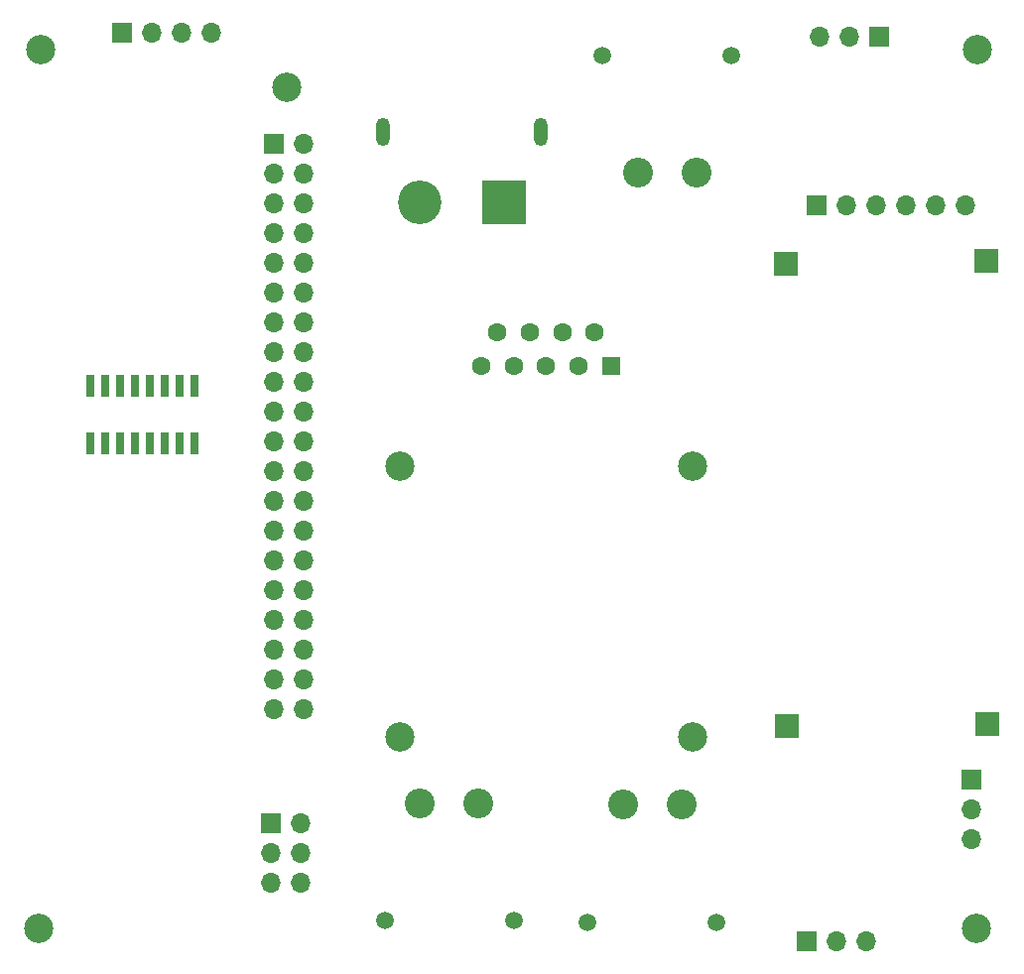
<source format=gbr>
%TF.GenerationSoftware,KiCad,Pcbnew,6.0.8-f2edbf62ab~116~ubuntu22.04.1*%
%TF.CreationDate,2022-11-03T19:19:17-04:00*%
%TF.ProjectId,MJBOTS-CubeSat,4d4a424f-5453-42d4-9375-62655361742e,rev?*%
%TF.SameCoordinates,Original*%
%TF.FileFunction,Soldermask,Bot*%
%TF.FilePolarity,Negative*%
%FSLAX46Y46*%
G04 Gerber Fmt 4.6, Leading zero omitted, Abs format (unit mm)*
G04 Created by KiCad (PCBNEW 6.0.8-f2edbf62ab~116~ubuntu22.04.1) date 2022-11-03 19:19:17*
%MOMM*%
%LPD*%
G01*
G04 APERTURE LIST*
G04 Aperture macros list*
%AMRoundRect*
0 Rectangle with rounded corners*
0 $1 Rounding radius*
0 $2 $3 $4 $5 $6 $7 $8 $9 X,Y pos of 4 corners*
0 Add a 4 corners polygon primitive as box body*
4,1,4,$2,$3,$4,$5,$6,$7,$8,$9,$2,$3,0*
0 Add four circle primitives for the rounded corners*
1,1,$1+$1,$2,$3*
1,1,$1+$1,$4,$5*
1,1,$1+$1,$6,$7*
1,1,$1+$1,$8,$9*
0 Add four rect primitives between the rounded corners*
20,1,$1+$1,$2,$3,$4,$5,0*
20,1,$1+$1,$4,$5,$6,$7,0*
20,1,$1+$1,$6,$7,$8,$9,0*
20,1,$1+$1,$8,$9,$2,$3,0*%
G04 Aperture macros list end*
%ADD10C,2.500000*%
%ADD11R,1.600000X1.600000*%
%ADD12C,1.600000*%
%ADD13C,2.550000*%
%ADD14C,1.500000*%
%ADD15R,1.700000X1.700000*%
%ADD16O,1.700000X1.700000*%
%ADD17R,3.716000X3.716000*%
%ADD18C,3.716000*%
%ADD19O,1.200000X2.400000*%
%ADD20R,2.000000X2.000000*%
%ADD21RoundRect,0.042000X-0.258000X0.908000X-0.258000X-0.908000X0.258000X-0.908000X0.258000X0.908000X0*%
G04 APERTURE END LIST*
D10*
%TO.C,H7*%
X129700000Y-107700000D03*
%TD*%
%TO.C,H8*%
X154700000Y-107700000D03*
%TD*%
D11*
%TO.C,J4*%
X147700000Y-76000000D03*
D12*
X144930000Y-76000000D03*
X142160000Y-76000000D03*
X139390000Y-76000000D03*
X136620000Y-76000000D03*
X146315000Y-73160000D03*
X143545000Y-73160000D03*
X140775000Y-73160000D03*
X138005000Y-73160000D03*
%TD*%
D13*
%TO.C,J9*%
X150000000Y-59512000D03*
X155000000Y-59512000D03*
D14*
X158000000Y-49512000D03*
X147000000Y-49512000D03*
%TD*%
D15*
%TO.C,J1*%
X118725000Y-115075000D03*
D16*
X121265000Y-115075000D03*
X118725000Y-117615000D03*
X121265000Y-117615000D03*
X118725000Y-120155000D03*
X121265000Y-120155000D03*
%TD*%
D15*
%TO.C,J2*%
X165250000Y-62300000D03*
D16*
X167790000Y-62300000D03*
X170330000Y-62300000D03*
X172870000Y-62300000D03*
X175410000Y-62300000D03*
X177950000Y-62300000D03*
%TD*%
D17*
%TO.C,J7*%
X138600000Y-62065750D03*
D18*
X131400000Y-62065750D03*
D19*
X141750000Y-56065750D03*
X128250000Y-56065750D03*
%TD*%
D20*
%TO.C,U1*%
X162750000Y-106750000D03*
X179850000Y-106600000D03*
X162602000Y-67314000D03*
X179750000Y-67050000D03*
%TD*%
D15*
%TO.C,J6*%
X164375000Y-125100000D03*
D16*
X166915000Y-125100000D03*
X169455000Y-125100000D03*
%TD*%
D15*
%TO.C,J11*%
X106000000Y-47600000D03*
D16*
X108540000Y-47600000D03*
X111080000Y-47600000D03*
X113620000Y-47600000D03*
%TD*%
D10*
%TO.C,H8*%
X154700000Y-84600000D03*
%TD*%
D15*
%TO.C,J3*%
X118925000Y-57075000D03*
D16*
X121465000Y-57075000D03*
X118925000Y-59615000D03*
X121465000Y-59615000D03*
X118925000Y-62155000D03*
X121465000Y-62155000D03*
X118925000Y-64695000D03*
X121465000Y-64695000D03*
X118925000Y-67235000D03*
X121465000Y-67235000D03*
X118925000Y-69775000D03*
X121465000Y-69775000D03*
X118925000Y-72315000D03*
X121465000Y-72315000D03*
X118925000Y-74855000D03*
X121465000Y-74855000D03*
X118925000Y-77395000D03*
X121465000Y-77395000D03*
X118925000Y-79935000D03*
X121465000Y-79935000D03*
X118925000Y-82475000D03*
X121465000Y-82475000D03*
X118925000Y-85015000D03*
X121465000Y-85015000D03*
X118925000Y-87555000D03*
X121465000Y-87555000D03*
X118925000Y-90095000D03*
X121465000Y-90095000D03*
X118925000Y-92635000D03*
X121465000Y-92635000D03*
X118925000Y-95175000D03*
X121465000Y-95175000D03*
X118925000Y-97715000D03*
X121465000Y-97715000D03*
X118925000Y-100255000D03*
X121465000Y-100255000D03*
X118925000Y-102795000D03*
X121465000Y-102795000D03*
X118925000Y-105335000D03*
X121465000Y-105335000D03*
%TD*%
D10*
%TO.C,H7*%
X129700000Y-84600000D03*
%TD*%
%TO.C,H2*%
X179000000Y-49000000D03*
%TD*%
%TO.C,H3*%
X98900000Y-124000000D03*
%TD*%
D15*
%TO.C,J12*%
X178500000Y-111375000D03*
D16*
X178500000Y-113915000D03*
X178500000Y-116455000D03*
%TD*%
D13*
%TO.C,J8*%
X153700000Y-113488000D03*
X148700000Y-113488000D03*
D14*
X145700000Y-123488000D03*
X156700000Y-123488000D03*
%TD*%
D15*
%TO.C,J5*%
X170600000Y-47900000D03*
D16*
X168060000Y-47900000D03*
X165520000Y-47900000D03*
%TD*%
D10*
%TO.C,H1*%
X178900000Y-124000000D03*
%TD*%
%TO.C,H4*%
X99000000Y-49000000D03*
%TD*%
D13*
%TO.C,J10*%
X136400000Y-113388000D03*
X131400000Y-113388000D03*
D14*
X128400000Y-123388000D03*
X139400000Y-123388000D03*
%TD*%
D10*
%TO.C,H6*%
X120000000Y-52250000D03*
%TD*%
D21*
%TO.C,U2*%
X103255000Y-77745000D03*
X104525000Y-77745000D03*
X105795000Y-77745000D03*
X107065000Y-77745000D03*
X108335000Y-77745000D03*
X109605000Y-77745000D03*
X110875000Y-77745000D03*
X112145000Y-77745000D03*
X112145000Y-82655000D03*
X110875000Y-82655000D03*
X109605000Y-82655000D03*
X108335000Y-82655000D03*
X107065000Y-82655000D03*
X105795000Y-82655000D03*
X104525000Y-82655000D03*
X103255000Y-82655000D03*
%TD*%
M02*

</source>
